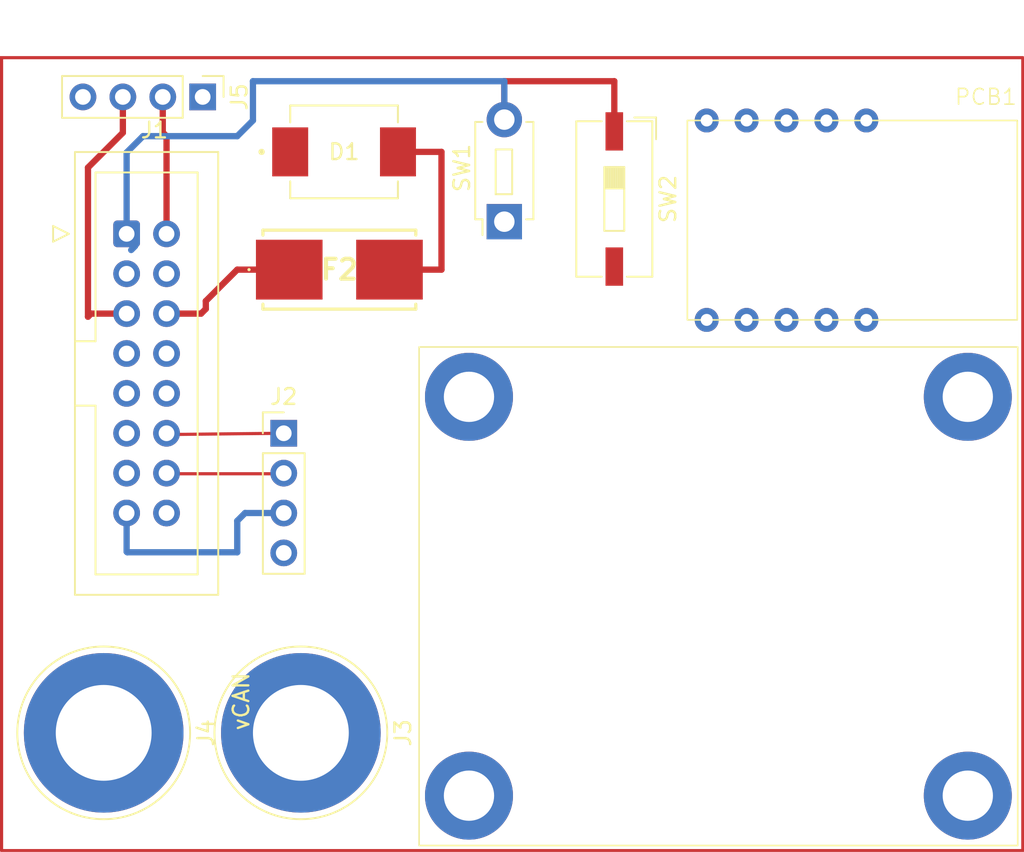
<source format=kicad_pcb>
(kicad_pcb (version 20240108) (generator "pcbnew") (generator_version "8.0")
  (layers (0 "F.Cu" signal) (31 "B.Cu" signal) (34 "B.Paste" user) (35 "F.Paste" user) (36 "B.SilkS" user "B.Silkscreen") (37 "F.SilkS" user "F.Silkscreen") (38 "B.Mask" user) (39 "F.Mask" user) (44 "Edge.Cuts" user))
  (net 0 "")
  (net 1 "Net-(D1-A)")
  (net 2 "Net-(D1-K)")
  (net 3 "Net-(J1-Pin_10)")
  (net 4 "/CAN_H")
  (net 5 "/C3-UART-TX")
  (net 6 "GND")
  (net 7 "/OPD_PWR")
  (net 8 "/C3-UART-RX")
  (net 9 "/OPD_SCL")
  (net 11 "/SD")
  (net 12 "/CAN_L")
  (net 13 "/OPD_SDA")
  (net 17 "Net-(PCB1-3V3)")
  (footprint "Connector:Banana_Jack_1Pin" (layer "F.Cu") (at 103.5 102 -90)
    (property "Reference" "J4" (at 0 -6.5 90) (layer "F.SilkS"))
    (property "Value" "Conn_01x01_Socket")
    (fp_circle (center 0 0) (end 5.5 0) (stroke (width 0.12)) (fill none) (layer "F.SilkS"))
    (pad "1" thru_hole circle (at 0 0 270) (size 10.16 10.16) (drill 6.1) (layers "*.Cu" "*.Mask") (net 6 "GND"))
  )
  (footprint "Button_Switch_SMD:SW_DIP_SPSTx01_Slide_9.78x4.72mm_W8.61mm_P2.54mm" (layer "F.Cu") (at 136 68 -90)
    (property "Reference" "SW2" (at 0 -3.42 90) (layer "F.SilkS"))
    (property "Value" "SW_DPST_x2")
    (fp_line (start -4.95 2.42) (end 4.95 2.42) (stroke (width 0.12)) (layer "F.SilkS"))
    (fp_line (start -4.95 0.8) (end -4.95 2.42) (stroke (width 0.12)) (layer "F.SilkS"))
    (fp_line (start 4.95 0.8) (end 4.95 2.42) (stroke (width 0.12)) (layer "F.SilkS"))
    (fp_line (start -2.03 0.635) (end 2.03 0.635) (stroke (width 0.12)) (layer "F.SilkS"))
    (fp_line (start 2.03 0.635) (end 2.03 -0.635) (stroke (width 0.12)) (layer "F.SilkS"))
    (fp_line (start -2.03 0.565) (end -0.676667 0.565) (stroke (width 0.12)) (layer "F.SilkS"))
    (fp_line (start -2.03 0.445) (end -0.676667 0.445) (stroke (width 0.12)) (layer "F.SilkS"))
    (fp_line (start -2.03 0.325) (end -0.676667 0.325) (stroke (width 0.12)) (layer "F.SilkS"))
    (fp_line (start -2.03 0.205) (end -0.676667 0.205) (stroke (width 0.12)) (layer "F.SilkS"))
    (fp_line (start -2.03 0.085) (end -0.676667 0.085) (stroke (width 0.12)) (layer "F.SilkS"))
    (fp_line (start -2.03 -0.035) (end -0.676667 -0.035) (stroke (width 0.12)) (layer "F.SilkS"))
    (fp_line (start -2.03 -0.155) (end -0.676667 -0.155) (stroke (width 0.12)) (layer "F.SilkS"))
    (fp_line (start -2.03 -0.275) (end -0.676667 -0.275) (stroke (width 0.12)) (layer "F.SilkS"))
    (fp_line (start -2.03 -0.395) (end -0.676667 -0.395) (stroke (width 0.12)) (layer "F.SilkS"))
    (fp_line (start -2.03 -0.515) (end -0.676667 -0.515) (stroke (width 0.12)) (layer "F.SilkS"))
    (fp_line (start -2.03 -0.635) (end -2.03 0.635) (stroke (width 0.12)) (layer "F.SilkS"))
    (fp_line (start -0.676667 -0.635) (end -0.676667 0.635) (stroke (width 0.12)) (layer "F.SilkS"))
    (fp_line (start 2.03 -0.635) (end -2.03 -0.635) (stroke (width 0.12)) (layer "F.SilkS"))
    (fp_line (start -4.95 -2.42) (end -4.95 -0.8) (stroke (width 0.12)) (layer "F.SilkS"))
    (fp_line (start -4.95 -2.42) (end 4.95 -2.42) (stroke (width 0.12)) (layer "F.SilkS"))
    (fp_line (start 4.95 -2.42) (end 4.95 -0.8) (stroke (width 0.12)) (layer "F.SilkS"))
    (fp_line (start -5.19 -2.66) (end -5.19 -1.277) (stroke (width 0.12)) (layer "F.SilkS"))
    (fp_line (start -5.19 -2.66) (end -3.806 -2.66) (stroke (width 0.12)) (layer "F.SilkS"))
    (pad "1" smd rect (at -4.305 0 270) (size 2.44 1.12) (layers "F.Cu" "F.Paste" "F.Mask") (net 11 "/SD"))
    (pad "2" smd rect (at 4.305 0 270) (size 2.44 1.12) (layers "F.Cu" "F.Paste" "F.Mask") (net 6 "GND"))
  )
  (footprint "Connector_PinHeader_2.54mm:PinHeader_1x04_P2.54mm_Vertical" (layer "F.Cu") (at 114.96 82.92)
    (property "Reference" "J2" (at 0 -2.33 0) (layer "F.SilkS"))
    (property "Value" "Conn_01x04")
    (fp_line (start -1.33 -1.33) (end 0 -1.33) (stroke (width 0.12)) (layer "F.SilkS"))
    (fp_line (start -1.33 0) (end -1.33 -1.33) (stroke (width 0.12)) (layer "F.SilkS"))
    (fp_line (start -1.33 1.27) (end -1.33 8.95) (stroke (width 0.12)) (layer "F.SilkS"))
    (fp_line (start -1.33 1.27) (end 1.33 1.27) (stroke (width 0.12)) (layer "F.SilkS"))
    (fp_line (start -1.33 8.95) (end 1.33 8.95) (stroke (width 0.12)) (layer "F.SilkS"))
    (fp_line (start 1.33 1.27) (end 1.33 8.95) (stroke (width 0.12)) (layer "F.SilkS"))
    (pad "1" thru_hole rect (at 0 0) (size 1.7 1.7) (drill 1) (layers "*.Cu" "*.Mask") (net 13 "/OPD_SDA"))
    (pad "2" thru_hole oval (at 0 2.54) (size 1.7 1.7) (drill 1) (layers "*.Cu" "*.Mask") (net 7 "/OPD_PWR"))
    (pad "3" thru_hole oval (at 0 5.08) (size 1.7 1.7) (drill 1) (layers "*.Cu" "*.Mask") (net 9 "/OPD_SCL"))
    (pad "4" thru_hole oval (at 0 7.62) (size 1.7 1.7) (drill 1) (layers "*.Cu" "*.Mask") (net 6 "GND"))
  )
  (footprint "oresat-diodes:Diode TSM MURS315SH" (layer "F.Cu") (at 118.8 65)
    (property "Reference" "D1" (at 0 0 0) (layer "F.SilkS"))
    (property "Value" "tbd")
    (fp_line (start -3.4275 -2.9525) (end -3.4275 -1.88) (stroke (width 0.127)) (layer "F.SilkS"))
    (fp_line (start -3.4275 2.9525) (end -3.4275 1.88) (stroke (width 0.127)) (layer "F.SilkS"))
    (fp_line (start -3.4275 2.9525) (end 3.4275 2.9525) (stroke (width 0.127)) (layer "F.SilkS"))
    (fp_line (start 3.4275 -2.9525) (end -3.4275 -2.9525) (stroke (width 0.127)) (layer "F.SilkS"))
    (fp_line (start 3.4275 -1.88) (end 3.4275 -2.9525) (stroke (width 0.127)) (layer "F.SilkS"))
    (fp_line (start 3.4275 2.9525) (end 3.4275 1.88) (stroke (width 0.127)) (layer "F.SilkS"))
    (fp_circle (center -5.25 0) (end -5.15 0) (stroke (width 0.2)) (fill none) (layer "F.SilkS"))
    (pad "1" smd rect (at 3.43 0) (size 2.29 3.12) (layers "F.Cu" "F.Paste" "F.Mask") (net 2 "Net-(D1-K)"))
    (pad "2" smd rect (at -3.43 0) (size 2.29 3.12) (layers "F.Cu" "F.Paste" "F.Mask") (net 1 "Net-(D1-A)"))
  )
  (footprint "Button_Switch_THT:SW_PUSH_1P1T_6x3.5mm_H4.3_APEM_MJTP1243" (layer "F.Cu") (at 129 69.445 90)
    (property "Reference" "SW1" (at 3.42 -2.7 270) (layer "F.SilkS"))
    (property "Value" "SW_Push")
    (fp_line (start 6.35 -1.85) (end 0.15 -1.85) (stroke (width 0.12)) (layer "F.SilkS"))
    (fp_line (start 6.35 -1.85) (end 6.35 -1.39) (stroke (width 0.12)) (layer "F.SilkS"))
    (fp_line (start 0.15 -1.85) (end 0.15 -1.39) (stroke (width 0.12)) (layer "F.SilkS"))
    (fp_line (start 0.15 -1.39) (end -0.85 -1.39) (stroke (width 0.12)) (layer "F.SilkS"))
    (fp_line (start 6.35 1.39) (end 6.35 1.85) (stroke (width 0.12)) (layer "F.SilkS"))
    (fp_line (start 0.15 1.39) (end 0.15 1.85) (stroke (width 0.12)) (layer "F.SilkS"))
    (fp_line (start 0.15 1.85) (end 6.35 1.85) (stroke (width 0.12)) (layer "F.SilkS"))
    (fp_rect (start 1.75 -0.55) (end 4.6 0.5) (stroke (width 0.12)) (fill none) (layer "F.SilkS"))
    (pad "1" thru_hole rect (at 0 0 180) (size 2.25 2.25) (drill 1.3) (layers "*.Cu" "*.Mask") (net 6 "GND"))
    (pad "2" thru_hole circle (at 6.5 0 180) (size 2.25 2.25) (drill 1.3) (layers "*.Cu" "*.Mask") (net 11 "/SD"))
  )
  (footprint "oresat-misc:UMFT234XF" (layer "F.Cu") (at 161.65 63 -90)
    (property "Reference" "PCB1" (at -1.5 2 0) (layer "F.SilkS") (effects (font (thickness 0.1))))
    (property "Value" "UMFT234XF")
    (fp_rect (start 0 0) (end 12.7 21) (stroke (width 0.1)) (fill none) (layer "F.SilkS"))
    (pad "P1" thru_hole circle (at 0 9.61 270) (size 1.524 1.524) (drill 0.762) (layers "*.Cu" "*.Mask"))
    (pad "P2" thru_hole circle (at 0 12.15 270) (size 1.524 1.524) (drill 0.762) (layers "*.Cu" "*.Mask") (net 17 "Net-(PCB1-3V3)"))
    (pad "P3" thru_hole circle (at 0 14.69 270) (size 1.524 1.524) (drill 0.762) (layers "*.Cu" "*.Mask") (net 17 "Net-(PCB1-3V3)"))
    (pad "P4" thru_hole circle (at 0 17.23 270) (size 1.524 1.524) (drill 0.762) (layers "*.Cu" "*.Mask") (net 6 "GND"))
    (pad "P5" thru_hole circle (at 0 19.77 270) (size 1.524 1.524) (drill 0.762) (layers "*.Cu" "*.Mask"))
    (pad "P6" thru_hole circle (at 12.7 19.77 270) (size 1.524 1.524) (drill 0.762) (layers "*.Cu" "*.Mask"))
    (pad "P7" thru_hole circle (at 12.7 17.23 270) (size 1.524 1.524) (drill 0.762) (layers "*.Cu" "*.Mask") (net 5 "/C3-UART-TX"))
    (pad "P8" thru_hole circle (at 12.7 14.69 270) (size 1.524 1.524) (drill 0.762) (layers "*.Cu" "*.Mask"))
    (pad "P9" thru_hole circle (at 12.7 12.15 270) (size 1.524 1.524) (drill 0.762) (layers "*.Cu" "*.Mask") (net 8 "/C3-UART-RX"))
    (pad "P10" thru_hole circle (at 12.7 9.61 270) (size 1.524 1.524) (drill 0.762) (layers "*.Cu" "*.Mask"))
  )
  (footprint "oresat-pcbs:vulCAN" (layer "F.Cu") (at 126.75 106 90)
    (property "Reference" "vCAN" (at 6 -14.5 -90) (layer "F.SilkS"))
    (property "Value" "vulCAN")
    (fp_rect (start -3.175 -3.175) (end 28.575 34.925) (stroke (width 0.1)) (fill none) (layer "F.SilkS"))
    (pad "" thru_hole circle (at 0 0 90) (size 5.6 5.6) (drill 3.2) (layers "*.Cu" "*.Mask"))
    (pad "" thru_hole circle (at 0 31.75 90) (size 5.6 5.6) (drill 3.2) (layers "*.Cu" "*.Mask"))
    (pad "" thru_hole circle (at 25.4 0 90) (size 5.6 5.6) (drill 3.2) (layers "*.Cu" "*.Mask"))
    (pad "" thru_hole circle (at 25.4 31.75 90) (size 5.6 5.6) (drill 3.2) (layers "*.Cu" "*.Mask"))
  )
  (footprint "Connector_IDC:IDC-Header_2x08_P2.54mm_Vertical" (layer "F.Cu") (at 104.96 70.22)
    (property "Reference" "J1" (at 1.77 -6.6 0) (layer "F.SilkS"))
    (property "Value" "Conn_02x08_Odd_Even")
    (fp_line (start -4.68 -0.5) (end -4.68 0.5) (stroke (width 0.12)) (layer "F.SilkS"))
    (fp_line (start -4.68 0.5) (end -3.68 0) (stroke (width 0.12)) (layer "F.SilkS"))
    (fp_line (start -3.68 0) (end -4.68 -0.5) (stroke (width 0.12)) (layer "F.SilkS"))
    (fp_line (start -3.29 -5.21) (end 5.83 -5.21) (stroke (width 0.12)) (layer "F.SilkS"))
    (fp_line (start -3.29 6.84) (end -1.98 6.84) (stroke (width 0.12)) (layer "F.SilkS"))
    (fp_line (start -3.29 22.99) (end -3.29 -5.21) (stroke (width 0.12)) (layer "F.SilkS"))
    (fp_line (start -1.98 -3.91) (end 4.52 -3.91) (stroke (width 0.12)) (layer "F.SilkS"))
    (fp_line (start -1.98 6.84) (end -1.98 -3.91) (stroke (width 0.12)) (layer "F.SilkS"))
    (fp_line (start -1.98 10.94) (end -3.29 10.94) (stroke (width 0.12)) (layer "F.SilkS"))
    (fp_line (start -1.98 10.94) (end -1.98 10.94) (stroke (width 0.12)) (layer "F.SilkS"))
    (fp_line (start -1.98 21.69) (end -1.98 10.94) (stroke (width 0.12)) (layer "F.SilkS"))
    (fp_line (start 4.52 -3.91) (end 4.52 21.69) (stroke (width 0.12)) (layer "F.SilkS"))
    (fp_line (start 4.52 21.69) (end -1.98 21.69) (stroke (width 0.12)) (layer "F.SilkS"))
    (fp_line (start 5.83 -5.21) (end 5.83 22.99) (stroke (width 0.12)) (layer "F.SilkS"))
    (fp_line (start 5.83 22.99) (end -3.29 22.99) (stroke (width 0.12)) (layer "F.SilkS"))
    (pad "1" thru_hole roundrect (at 0 0) (size 1.7 1.7) (drill 1) (layers "*.Cu" "*.Mask") (roundrect_rratio 0.147059) (net 11 "/SD"))
    (pad "2" thru_hole circle (at 2.54 0) (size 1.7 1.7) (drill 1) (layers "*.Cu" "*.Mask") (net 12 "/CAN_L"))
    (pad "3" thru_hole circle (at 0 2.54) (size 1.7 1.7) (drill 1) (layers "*.Cu" "*.Mask") (net 5 "/C3-UART-TX"))
    (pad "4" thru_hole circle (at 2.54 2.54) (size 1.7 1.7) (drill 1) (layers "*.Cu" "*.Mask") (net 8 "/C3-UART-RX"))
    (pad "5" thru_hole circle (at 0 5.08) (size 1.7 1.7) (drill 1) (layers "*.Cu" "*.Mask") (net 4 "/CAN_H"))
    (pad "6" thru_hole circle (at 2.54 5.08) (size 1.7 1.7) (drill 1) (layers "*.Cu" "*.Mask") (net 3 "Net-(J1-Pin_10)"))
    (pad "7" thru_hole circle (at 0 7.62) (size 1.7 1.7) (drill 1) (layers "*.Cu" "*.Mask") (net 6 "GND"))
    (pad "8" thru_hole circle (at 2.54 7.62) (size 1.7 1.7) (drill 1) (layers "*.Cu" "*.Mask") (net 3 "Net-(J1-Pin_10)"))
    (pad "9" thru_hole circle (at 0 10.16) (size 1.7 1.7) (drill 1) (layers "*.Cu" "*.Mask") (net 6 "GND"))
    (pad "10" thru_hole circle (at 2.54 10.16) (size 1.7 1.7) (drill 1) (layers "*.Cu" "*.Mask") (net 3 "Net-(J1-Pin_10)"))
    (pad "11" thru_hole circle (at 0 12.7) (size 1.7 1.7) (drill 1) (layers "*.Cu" "*.Mask") (net 6 "GND"))
    (pad "12" thru_hole circle (at 2.54 12.7) (size 1.7 1.7) (drill 1) (layers "*.Cu" "*.Mask") (net 13 "/OPD_SDA"))
    (pad "13" thru_hole circle (at 0 15.24) (size 1.7 1.7) (drill 1) (layers "*.Cu" "*.Mask"))
    (pad "14" thru_hole circle (at 2.54 15.24) (size 1.7 1.7) (drill 1) (layers "*.Cu" "*.Mask") (net 7 "/OPD_PWR"))
    (pad "15" thru_hole circle (at 0 17.78) (size 1.7 1.7) (drill 1) (layers "*.Cu" "*.Mask") (net 9 "/OPD_SCL"))
    (pad "16" thru_hole circle (at 2.54 17.78) (size 1.7 1.7) (drill 1) (layers "*.Cu" "*.Mask"))
  )
  (footprint "Connector_PinHeader_2.54mm:PinHeader_1x04_P2.54mm_Vertical" (layer "F.Cu") (at 109.8 61.5 -90)
    (property "Reference" "J5" (at 0 -2.33 90) (layer "F.SilkS"))
    (property "Value" "Conn_01x04")
    (fp_line (start -1.33 8.95) (end 1.33 8.95) (stroke (width 0.12)) (layer "F.SilkS"))
    (fp_line (start -1.33 1.27) (end -1.33 8.95) (stroke (width 0.12)) (layer "F.SilkS"))
    (fp_line (start -1.33 1.27) (end 1.33 1.27) (stroke (width 0.12)) (layer "F.SilkS"))
    (fp_line (start 1.33 1.27) (end 1.33 8.95) (stroke (width 0.12)) (layer "F.SilkS"))
    (fp_line (start -1.33 0) (end -1.33 -1.33) (stroke (width 0.12)) (layer "F.SilkS"))
    (fp_line (start -1.33 -1.33) (end 0 -1.33) (stroke (width 0.12)) (layer "F.SilkS"))
    (pad "1" thru_hole rect (at 0 0 270) (size 1.7 1.7) (drill 1) (layers "*.Cu" "*.Mask") (net 6 "GND"))
    (pad "2" thru_hole oval (at 0 2.54 270) (size 1.7 1.7) (drill 1) (layers "*.Cu" "*.Mask") (net 12 "/CAN_L"))
    (pad "3" thru_hole oval (at 0 5.08 270) (size 1.7 1.7) (drill 1) (layers "*.Cu" "*.Mask") (net 4 "/CAN_H"))
    (pad "4" thru_hole oval (at 0 7.62 270) (size 1.7 1.7) (drill 1) (layers "*.Cu" "*.Mask"))
  )
  (footprint "Connector:Banana_Jack_1Pin" (layer "F.Cu") (at 116.05 102 -90)
    (property "Reference" "J3" (at 0 -6.5 90) (layer "F.SilkS"))
    (property "Value" "Conn_01x01_Socket")
    (fp_circle (center 0 0) (end 5.5 0) (stroke (width 0.12)) (fill none) (layer "F.SilkS"))
    (pad "1" thru_hole circle (at 0 0 270) (size 10.16 10.16) (drill 6.1) (layers "*.Cu" "*.Mask") (net 1 "Net-(D1-A)"))
  )
  (footprint "oresat-passives:Littelfuse 155900DR" (layer "F.Cu") (at 118.5 72.5)
    (property "Reference" "F2" (at 0 0 0) (layer "F.SilkS") (effects (font (size 1.27 1.27) (thickness 0.254))))
    (property "Value" "Fuse_Small" (hide yes))
    (fp_line (start -5.8 0) (end -5.8 0) (stroke (width 0.1)) (layer "F.SilkS"))
    (fp_line (start -5.7 0) (end -5.7 0) (stroke (width 0.1)) (layer "F.SilkS"))
    (fp_line (start -4.865 -2.515) (end 4.865 -2.515) (stroke (width 0.2)) (layer "F.SilkS"))
    (fp_line (start -4.865 -2.2) (end -4.865 -2.515) (stroke (width 0.2)) (layer "F.SilkS"))
    (fp_line (start -4.865 2.515) (end -4.865 2.2) (stroke (width 0.2)) (layer "F.SilkS"))
    (fp_line (start 4.865 -2.515) (end 4.865 -2.2) (stroke (width 0.2)) (layer "F.SilkS"))
    (fp_line (start 4.865 2.2) (end 4.865 2.515) (stroke (width 0.2)) (layer "F.SilkS"))
    (fp_line (start 4.865 2.515) (end -4.865 2.515) (stroke (width 0.2)) (layer "F.SilkS"))
    (fp_arc (start -5.8 0) (mid -5.75 -0.05) (end -5.7 0) (stroke (width 0.1)) (layer "F.SilkS"))
    (fp_arc (start -5.7 0) (mid -5.75 0.05) (end -5.8 0) (stroke (width 0.1)) (layer "F.SilkS"))
    (pad "1" smd rect (at -3.19 0 90) (size 3.81 4.24) (layers "F.Cu" "F.Paste" "F.Mask") (net 3 "Net-(J1-Pin_10)"))
    (pad "2" smd rect (at 3.19 0 90) (size 3.81 4.24) (layers "F.Cu" "F.Paste" "F.Mask") (net 2 "Net-(D1-K)"))
  )
  (gr_rect (start 97 59) (end 162 109.5) (stroke (width 0.2)) (fill none) (layer "F.Cu") (net 4))
  (gr_line (start 114.96 82.92) (end 107.5 83) (stroke (width 0.2)) (layer "F.Cu") (net 13))
  (gr_line (start 107.5 85.5) (end 115 85.5) (stroke (width 0.2)) (layer "F.Cu") (net 7))
  (segment (start 122.43 65) (end 125 65) (width 0.4) (layer "F.Cu") (net 2))
  (segment (start 125 72.5) (end 121.69 72.5) (width 0.4) (layer "F.Cu") (net 2))
  (segment (start 125 65) (end 125 72.5) (width 0.4) (layer "F.Cu") (net 2))
  (segment (start 110 75) (end 109.7 75.3) (width 0.4) (layer "F.Cu") (net 3))
  (segment (start 109.7 75.3) (end 107.5 75.3) (width 0.4) (layer "F.Cu") (net 3))
  (segment (start 115.31 72.5) (end 112 72.5) (width 0.4) (layer "F.Cu") (net 3))
  (segment (start 110 74.5) (end 110 75) (width 0.4) (layer "F.Cu") (net 3))
  (segment (start 112 72.5) (end 110 74.5) (width 0.4) (layer "F.Cu") (net 3))
  (segment (start 104.72 63.78) (end 102.5 66) (width 0.4) (layer "F.Cu") (net 4))
  (segment (start 102.5 66) (end 102.5 75.5) (width 0.4) (layer "F.Cu") (net 4))
  (segment (start 102.7 75.3) (end 104.96 75.3) (width 0.4) (layer "F.Cu") (net 4))
  (segment (start 102.5 75.5) (end 102.7 75.3) (width 0.4) (layer "F.Cu") (net 4))
  (segment (start 104.72 61.5) (end 104.72 63.78) (width 0.4) (layer "F.Cu") (net 4))
  (segment (start 114.96 88) (end 112.5 88) (width 0.4) (layer "B.Cu") (net 9))
  (segment (start 112.5 88) (end 112 88.5) (width 0.4) (layer "B.Cu") (net 9))
  (segment (start 105 90.5) (end 104.96 90.46) (width 0.4) (layer "B.Cu") (net 9))
  (segment (start 104.96 90.46) (end 104.96 88) (width 0.4) (layer "B.Cu") (net 9))
  (segment (start 112 88.5) (end 112 90.5) (width 0.4) (layer "B.Cu") (net 9))
  (segment (start 112 90.5) (end 105 90.5) (width 0.4) (layer "B.Cu") (net 9))
  (segment (start 129 60.5) (end 136 60.5) (width 0.4) (layer "F.Cu") (net 11))
  (segment (start 136 60.5) (end 136 63.695) (width 0.4) (layer "F.Cu") (net 11))
  (segment (start 129 62.945) (end 129 60.5) (width 0.4) (layer "F.Cu") (net 11))
  (segment (start 105.25 71.25) (end 105.5 71) (width 0.4) (layer "B.Cu") (net 11))
  (segment (start 113 63) (end 113 60.5) (width 0.4) (layer "B.Cu") (net 11))
  (segment (start 104.96 70.22) (end 104.96 65.04) (width 0.4) (layer "B.Cu") (net 11))
  (segment (start 104.96 65.04) (end 106 64) (width 0.4) (layer "B.Cu") (net 11))
  (segment (start 129 60.5) (end 129 62.945) (width 0.4) (layer "B.Cu") (net 11))
  (segment (start 113 60.5) (end 129 60.5) (width 0.4) (layer "B.Cu") (net 11))
  (segment (start 112 64) (end 113 63) (width 0.4) (layer "B.Cu") (net 11))
  (segment (start 106 64) (end 112 64) (width 0.4) (layer "B.Cu") (net 11))
  (segment (start 107.26 61.5) (end 107.26 63.76) (width 0.4) (layer "F.Cu") (net 12))
  (segment (start 107.5 64) (end 107.5 70.22) (width 0.4) (layer "F.Cu") (net 12))
  (segment (start 107.26 63.76) (end 107.5 64) (width 0.4) (layer "F.Cu") (net 12))
)
</source>
